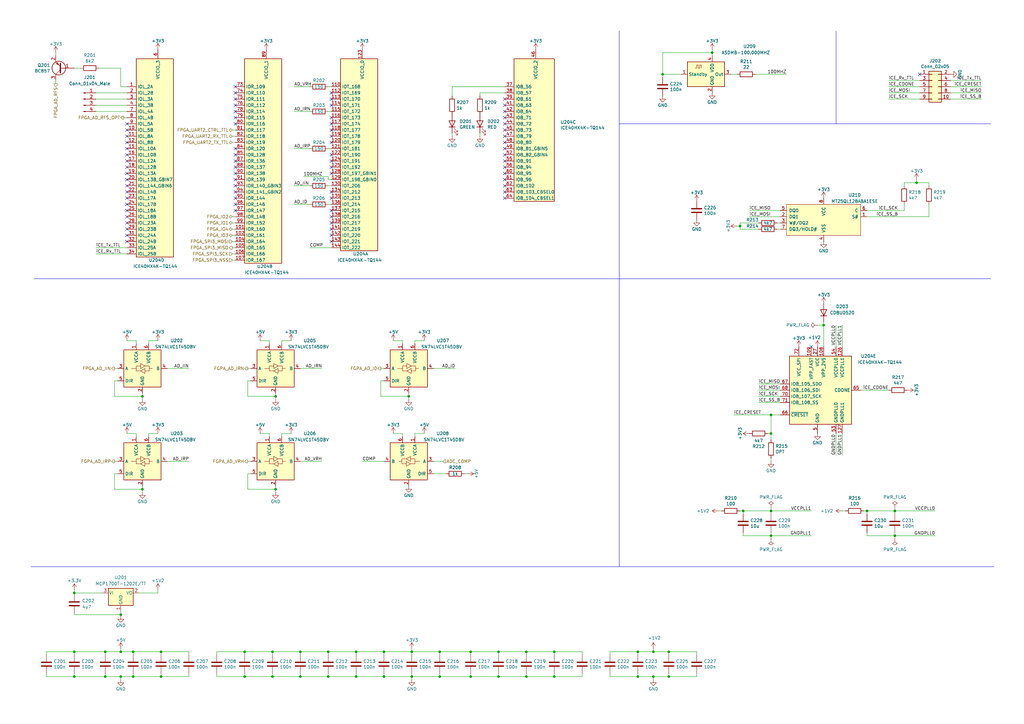
<source format=kicad_sch>
(kicad_sch (version 20230121) (generator eeschema)
  (paper "A3")
  (title_block (title "FPGA") (date "2020-03-07") (rev "1.00"))
  (junction (at 227.33 277.495))
  (junction (at 215.9 277.495))
  (junction (at 168.91 277.495))
  (junction (at 157.48 277.495))
  (junction (at 146.05 277.495))
  (junction (at 292.1 21.59))
  (junction (at 30.48 243.205))
  (junction (at 30.48 267.335))
  (junction (at 204.47 267.335))
  (junction (at 304.8 209.55))
  (junction (at 134.62 267.335))
  (junction (at 49.53 267.335))
  (junction (at 54.61 267.335))
  (junction (at 43.18 267.335))
  (junction (at 100.33 277.495))
  (junction (at 193.04 267.335))
  (junction (at 113.03 200.66))
  (junction (at 355.6 209.55))
  (junction (at 316.23 209.55))
  (junction (at 316.23 170.18))
  (junction (at 271.78 30.48))
  (junction (at 111.76 277.495))
  (junction (at 193.04 277.495))
  (junction (at 66.04 267.335))
  (junction (at 167.64 162.56))
  (junction (at 30.48 277.495))
  (junction (at 337.82 133.35))
  (junction (at 274.32 277.495))
  (junction (at 204.47 277.495))
  (junction (at 58.42 162.56))
  (junction (at 168.91 267.335))
  (junction (at 375.92 74.93))
  (junction (at 267.97 277.495))
  (junction (at 49.53 252.095))
  (junction (at 261.62 277.495))
  (junction (at 113.03 162.56))
  (junction (at 261.62 267.335))
  (junction (at 157.48 267.335))
  (junction (at 303.53 92.71))
  (junction (at 227.33 267.335))
  (junction (at 274.32 267.335))
  (junction (at 367.03 219.71))
  (junction (at 180.34 267.335))
  (junction (at 58.42 200.66))
  (junction (at 316.23 219.71))
  (junction (at 123.19 277.495))
  (junction (at 66.04 277.495))
  (junction (at 316.23 177.8))
  (junction (at 100.33 267.335))
  (junction (at 146.05 267.335))
  (junction (at 123.19 267.335))
  (junction (at 54.61 277.495))
  (junction (at 111.76 267.335))
  (junction (at 267.97 267.335))
  (junction (at 180.34 277.495))
  (junction (at 43.18 277.495))
  (junction (at 215.9 267.335))
  (junction (at 367.03 209.55))
  (junction (at 134.62 277.495))
  (junction (at 49.53 277.495))
  (no_connect (at 135.89 38.1))
  (no_connect (at 52.07 66.04))
  (no_connect (at 207.01 48.26))
  (no_connect (at 52.07 50.8))
  (no_connect (at 207.01 58.42))
  (no_connect (at 207.01 53.34))
  (no_connect (at 207.01 68.58))
  (no_connect (at 135.89 48.26))
  (no_connect (at 207.01 60.96))
  (no_connect (at 96.52 38.1))
  (no_connect (at 52.07 68.58))
  (no_connect (at 96.52 68.58))
  (no_connect (at 96.52 40.64))
  (no_connect (at 52.07 96.52))
  (no_connect (at 135.89 68.58))
  (no_connect (at 96.52 45.72))
  (no_connect (at 207.01 78.74))
  (no_connect (at 135.89 86.36))
  (no_connect (at 207.01 66.04))
  (no_connect (at 52.07 63.5))
  (no_connect (at 96.52 76.2))
  (no_connect (at 135.89 58.42))
  (no_connect (at 52.07 88.9))
  (no_connect (at 96.52 60.96))
  (no_connect (at 135.89 93.98))
  (no_connect (at 207.01 63.5))
  (no_connect (at 135.89 96.52))
  (no_connect (at 207.01 76.2))
  (no_connect (at 135.89 66.04))
  (no_connect (at 377.19 30.48))
  (no_connect (at 52.07 55.88))
  (no_connect (at 96.52 78.74))
  (no_connect (at 207.01 43.18))
  (no_connect (at 96.52 50.8))
  (no_connect (at 135.89 53.34))
  (no_connect (at 207.01 55.88))
  (no_connect (at 207.01 50.8))
  (no_connect (at 135.89 71.12))
  (no_connect (at 52.07 60.96))
  (no_connect (at 52.07 76.2))
  (no_connect (at 135.89 63.5))
  (no_connect (at 96.52 48.26))
  (no_connect (at 96.52 63.5))
  (no_connect (at 52.07 78.74))
  (no_connect (at 207.01 71.12))
  (no_connect (at 207.01 40.64))
  (no_connect (at 135.89 55.88))
  (no_connect (at 52.07 71.12))
  (no_connect (at 52.07 73.66))
  (no_connect (at 135.89 40.64))
  (no_connect (at 52.07 99.06))
  (no_connect (at 96.52 35.56))
  (no_connect (at 96.52 71.12))
  (no_connect (at 52.07 91.44))
  (no_connect (at 135.89 88.9))
  (no_connect (at 207.01 73.66))
  (no_connect (at 52.07 58.42))
  (no_connect (at 52.07 81.28))
  (no_connect (at 207.01 45.72))
  (no_connect (at 52.07 93.98))
  (no_connect (at 135.89 99.06))
  (no_connect (at 135.89 78.74))
  (no_connect (at 96.52 73.66))
  (no_connect (at 52.07 83.82))
  (no_connect (at 96.52 66.04))
  (no_connect (at 332.74 142.24))
  (no_connect (at 96.52 86.36))
  (no_connect (at 135.89 81.28))
  (no_connect (at 96.52 43.18))
  (no_connect (at 96.52 81.28))
  (no_connect (at 96.52 83.82))
  (no_connect (at 135.89 43.18))
  (no_connect (at 207.01 81.28))
  (no_connect (at 135.89 50.8))
  (no_connect (at 52.07 86.36))
  (no_connect (at 135.89 91.44))
  (no_connect (at 52.07 53.34))
  (wire (pts (xy 148.59 189.23) (xy 157.48 189.23)))
  (wire (pts (xy 316.23 177.8) (xy 314.96 177.8)))
  (wire (pts (xy 250.19 276.225) (xy 250.19 277.495)))
  (wire (pts (xy 316.23 209.55) (xy 316.23 210.82)))
  (wire (pts (xy 185.42 35.56) (xy 207.01 35.56)))
  (wire (pts (xy 113.03 199.39) (xy 113.03 200.66)))
  (wire (pts (xy 316.23 189.23) (xy 316.23 187.96)))
  (wire (pts (xy 60.96 177.8) (xy 64.77 177.8)))
  (wire (pts (xy 377.19 35.56) (xy 364.49 35.56)))
  (wire (pts (xy 95.25 53.34) (xy 96.52 53.34)))
  (wire (pts (xy 55.88 140.97) (xy 55.88 139.7)))
  (wire (pts (xy 320.04 170.18) (xy 316.23 170.18)))
  (wire (pts (xy 54.61 276.225) (xy 54.61 277.495)))
  (wire (pts (xy 316.23 180.34) (xy 316.23 177.8)))
  (wire (pts (xy 40.64 27.94) (xy 49.53 27.94)))
  (wire (pts (xy 285.75 268.605) (xy 285.75 267.335)))
  (wire (pts (xy 261.62 268.605) (xy 261.62 267.335)))
  (wire (pts (xy 267.97 277.495) (xy 274.32 277.495)))
  (wire (pts (xy 134.62 267.335) (xy 146.05 267.335)))
  (wire (pts (xy 303.53 91.44) (xy 303.53 92.71)))
  (wire (pts (xy 95.25 99.06) (xy 96.52 99.06)))
  (wire (pts (xy 355.6 88.9) (xy 381 88.9)))
  (wire (pts (xy 320.04 86.36) (xy 307.34 86.36)))
  (wire (pts (xy 304.8 209.55) (xy 316.23 209.55)))
  (wire (pts (xy 111.76 268.605) (xy 111.76 267.335)))
  (wire (pts (xy 342.9 177.8) (xy 342.9 186.69)))
  (wire (pts (xy 123.19 277.495) (xy 134.62 277.495)))
  (wire (pts (xy 383.54 209.55) (xy 367.03 209.55)))
  (wire (pts (xy 43.18 267.335) (xy 49.53 267.335)))
  (wire (pts (xy 49.53 266.065) (xy 49.53 267.335)))
  (wire (pts (xy 177.8 189.23) (xy 181.61 189.23)))
  (wire (pts (xy 146.05 267.335) (xy 157.48 267.335)))
  (wire (pts (xy 355.6 210.82) (xy 355.6 209.55)))
  (wire (pts (xy 316.23 177.8) (xy 316.23 170.18)))
  (wire (pts (xy 43.18 267.335) (xy 43.18 268.605)))
  (wire (pts (xy 39.37 45.72) (xy 52.07 45.72)))
  (wire (pts (xy 345.44 142.24) (xy 345.44 133.35)))
  (wire (pts (xy 238.76 277.495) (xy 238.76 276.225)))
  (wire (pts (xy 146.05 277.495) (xy 157.48 277.495)))
  (wire (pts (xy 146.05 276.225) (xy 146.05 277.495)))
  (wire (pts (xy 303.53 92.71) (xy 303.53 93.98)))
  (wire (pts (xy 375.92 73.66) (xy 375.92 74.93)))
  (wire (pts (xy 95.25 58.42) (xy 96.52 58.42)))
  (wire (pts (xy 111.76 276.225) (xy 111.76 277.495)))
  (wire (pts (xy 134.62 276.225) (xy 134.62 277.495)))
  (wire (pts (xy 180.34 277.495) (xy 168.91 277.495)))
  (wire (pts (xy 332.74 209.55) (xy 316.23 209.55)))
  (wire (pts (xy 66.04 276.225) (xy 66.04 277.495)))
  (wire (pts (xy 54.61 267.335) (xy 54.61 268.605)))
  (wire (pts (xy 274.32 267.335) (xy 285.75 267.335)))
  (wire (pts (xy 167.64 162.56) (xy 156.21 162.56)))
  (wire (pts (xy 271.78 21.59) (xy 292.1 21.59)))
  (wire (pts (xy 170.18 179.07) (xy 170.18 177.8)))
  (wire (pts (xy 134.62 268.605) (xy 134.62 267.335)))
  (wire (pts (xy 165.1 177.8) (xy 161.29 177.8)))
  (wire (pts (xy 320.04 160.02) (xy 311.15 160.02)))
  (wire (pts (xy 52.07 104.14) (xy 39.37 104.14)))
  (wire (pts (xy 320.04 165.1) (xy 311.15 165.1)))
  (wire (pts (xy 261.62 277.495) (xy 267.97 277.495)))
  (wire (pts (xy 157.48 268.605) (xy 157.48 267.335)))
  (wire (pts (xy 55.88 179.07) (xy 55.88 177.8)))
  (wire (pts (xy 353.06 160.02) (xy 364.49 160.02)))
  (wire (pts (xy 367.03 209.55) (xy 367.03 210.82)))
  (wire (pts (xy 39.37 40.64) (xy 52.07 40.64)))
  (wire (pts (xy 304.8 210.82) (xy 304.8 209.55)))
  (wire (pts (xy 134.62 60.96) (xy 135.89 60.96)))
  (wire (pts (xy 100.33 277.495) (xy 111.76 277.495)))
  (wire (pts (xy 49.53 252.095) (xy 49.53 250.825)))
  (wire (pts (xy 250.19 268.605) (xy 250.19 267.335)))
  (wire (pts (xy 19.05 267.335) (xy 30.48 267.335)))
  (wire (pts (xy 215.9 277.495) (xy 227.33 277.495)))
  (wire (pts (xy 102.87 151.13) (xy 101.6 151.13)))
  (wire (pts (xy 30.48 267.335) (xy 30.48 268.605)))
  (wire (pts (xy 134.62 76.2) (xy 135.89 76.2)))
  (wire (pts (xy 77.47 277.495) (xy 66.04 277.495)))
  (wire (pts (xy 157.48 277.495) (xy 168.91 277.495)))
  (wire (pts (xy 115.57 140.97) (xy 115.57 139.7)))
  (wire (pts (xy 66.04 267.335) (xy 66.04 268.605)))
  (wire (pts (xy 55.88 177.8) (xy 52.07 177.8)))
  (wire (pts (xy 49.53 27.94) (xy 49.53 35.56)))
  (wire (pts (xy 49.53 277.495) (xy 43.18 277.495)))
  (wire (pts (xy 389.89 35.56) (xy 402.59 35.56)))
  (wire (pts (xy 49.53 35.56) (xy 52.07 35.56)))
  (wire (pts (xy 354.33 209.55) (xy 355.6 209.55)))
  (wire (pts (xy 30.48 241.935) (xy 30.48 243.205)))
  (wire (pts (xy 355.6 219.71) (xy 367.03 219.71)))
  (wire (pts (xy 110.49 139.7) (xy 106.68 139.7)))
  (wire (pts (xy 113.03 162.56) (xy 101.6 162.56)))
  (wire (pts (xy 389.89 40.64) (xy 402.59 40.64)))
  (wire (pts (xy 196.85 38.1) (xy 196.85 39.37)))
  (wire (pts (xy 57.15 243.205) (xy 64.77 243.205)))
  (wire (pts (xy 227.33 267.335) (xy 238.76 267.335)))
  (wire (pts (xy 345.44 177.8) (xy 345.44 186.69)))
  (wire (pts (xy 389.89 33.02) (xy 402.59 33.02)))
  (wire (pts (xy 204.47 267.335) (xy 215.9 267.335)))
  (wire (pts (xy 100.33 267.335) (xy 111.76 267.335)))
  (wire (pts (xy 250.19 277.495) (xy 261.62 277.495)))
  (wire (pts (xy 101.6 194.31) (xy 102.87 194.31)))
  (wire (pts (xy 135.89 45.72) (xy 134.62 45.72)))
  (wire (pts (xy 115.57 179.07) (xy 115.57 177.8)))
  (wire (pts (xy 370.84 86.36) (xy 370.84 83.82)))
  (wire (pts (xy 88.9 277.495) (xy 100.33 277.495)))
  (wire (pts (xy 238.76 268.605) (xy 238.76 267.335)))
  (wire (pts (xy 238.76 277.495) (xy 227.33 277.495)))
  (wire (pts (xy 77.47 151.13) (xy 68.58 151.13)))
  (wire (pts (xy 101.6 156.21) (xy 102.87 156.21)))
  (wire (pts (xy 185.42 55.88) (xy 185.42 54.61)))
  (wire (pts (xy 123.19 276.225) (xy 123.19 277.495)))
  (wire (pts (xy 113.03 162.56) (xy 113.03 163.83)))
  (wire (pts (xy 165.1 139.7) (xy 161.29 139.7)))
  (wire (pts (xy 19.05 268.605) (xy 19.05 267.335)))
  (wire (pts (xy 168.91 266.065) (xy 168.91 267.335)))
  (wire (pts (xy 48.26 189.23) (xy 46.99 189.23)))
  (wire (pts (xy 337.82 133.35) (xy 337.82 132.08)))
  (wire (pts (xy 389.89 38.1) (xy 402.59 38.1)))
  (wire (pts (xy 127 101.6) (xy 135.89 101.6)))
  (wire (pts (xy 355.6 86.36) (xy 370.84 86.36)))
  (wire (pts (xy 193.04 267.335) (xy 204.47 267.335)))
  (wire (pts (xy 30.48 267.335) (xy 43.18 267.335)))
  (wire (pts (xy 43.18 277.495) (xy 30.48 277.495)))
  (wire (pts (xy 88.9 267.335) (xy 100.33 267.335)))
  (wire (pts (xy 320.04 93.98) (xy 318.77 93.98)))
  (wire (pts (xy 50.8 48.26) (xy 52.07 48.26)))
  (wire (pts (xy 134.62 277.495) (xy 146.05 277.495)))
  (wire (pts (xy 113.03 200.66) (xy 113.03 201.93)))
  (wire (pts (xy 46.99 194.31) (xy 48.26 194.31)))
  (wire (pts (xy 337.82 142.24) (xy 337.82 133.35)))
  (wire (pts (xy 193.04 276.225) (xy 193.04 277.495)))
  (wire (pts (xy 49.53 267.335) (xy 54.61 267.335)))
  (wire (pts (xy 19.05 277.495) (xy 30.48 277.495)))
  (wire (pts (xy 157.48 151.13) (xy 156.21 151.13)))
  (wire (pts (xy 41.91 243.205) (xy 30.48 243.205)))
  (wire (pts (xy 115.57 177.8) (xy 119.38 177.8)))
  (wire (pts (xy 134.62 72.39) (xy 134.62 73.66)))
  (wire (pts (xy 381 74.93) (xy 381 76.2)))
  (wire (pts (xy 60.96 179.07) (xy 60.96 177.8)))
  (wire (pts (xy 303.53 91.44) (xy 311.15 91.44)))
  (wire (pts (xy 168.91 277.495) (xy 168.91 276.225)))
  (wire (pts (xy 55.88 139.7) (xy 52.07 139.7)))
  (wire (pts (xy 177.8 194.31) (xy 182.88 194.31)))
  (wire (pts (xy 39.37 38.1) (xy 52.07 38.1)))
  (wire (pts (xy 271.78 30.48) (xy 271.78 21.59)))
  (wire (pts (xy 123.19 268.605) (xy 123.19 267.335)))
  (wire (pts (xy 367.03 220.98) (xy 367.03 219.71)))
  (wire (pts (xy 30.48 243.205) (xy 30.48 243.84)))
  (wire (pts (xy 60.96 140.97) (xy 60.96 139.7)))
  (wire (pts (xy 132.08 189.23) (xy 123.19 189.23)))
  (wire (pts (xy 299.72 30.48) (xy 302.26 30.48)))
  (wire (pts (xy 180.34 277.495) (xy 180.34 276.225)))
  (wire (pts (xy 88.9 268.605) (xy 88.9 267.335)))
  (wire (pts (xy 101.6 162.56) (xy 101.6 156.21)))
  (wire (pts (xy 170.18 139.7) (xy 173.99 139.7)))
  (wire (pts (xy 115.57 139.7) (xy 119.38 139.7)))
  (wire (pts (xy 250.19 267.335) (xy 261.62 267.335)))
  (wire (pts (xy 186.69 151.13) (xy 177.8 151.13)))
  (wire (pts (xy 267.97 278.765) (xy 267.97 277.495)))
  (wire (pts (xy 267.97 267.335) (xy 274.32 267.335)))
  (wire (pts (xy 49.53 252.095) (xy 49.53 252.73)))
  (wire (pts (xy 196.85 55.88) (xy 196.85 54.61)))
  (wire (pts (xy 345.44 209.55) (xy 346.71 209.55)))
  (polyline (pts (xy 342.9 12.7) (xy 342.9 50.8)))
  (wire (pts (xy 132.08 151.13) (xy 123.19 151.13)))
  (wire (pts (xy 377.19 38.1) (xy 364.49 38.1)))
  (wire (pts (xy 377.19 40.64) (xy 364.49 40.64)))
  (wire (pts (xy 134.62 83.82) (xy 135.89 83.82)))
  (wire (pts (xy 180.34 267.335) (xy 193.04 267.335)))
  (wire (pts (xy 54.61 267.335) (xy 66.04 267.335)))
  (wire (pts (xy 95.25 104.14) (xy 96.52 104.14)))
  (wire (pts (xy 204.47 276.225) (xy 204.47 277.495)))
  (wire (pts (xy 100.33 268.605) (xy 100.33 267.335)))
  (wire (pts (xy 110.49 140.97) (xy 110.49 139.7)))
  (wire (pts (xy 320.04 157.48) (xy 311.15 157.48)))
  (wire (pts (xy 300.99 170.18) (xy 316.23 170.18)))
  (wire (pts (xy 304.8 218.44) (xy 304.8 219.71)))
  (wire (pts (xy 320.04 88.9) (xy 307.34 88.9)))
  (wire (pts (xy 110.49 179.07) (xy 110.49 177.8)))
  (wire (pts (xy 58.42 162.56) (xy 58.42 163.83)))
  (polyline (pts (xy 254 12.7) (xy 254 232.41)))
  (wire (pts (xy 367.03 219.71) (xy 383.54 219.71)))
  (wire (pts (xy 168.91 278.765) (xy 168.91 277.495)))
  (wire (pts (xy 66.04 277.495) (xy 54.61 277.495)))
  (wire (pts (xy 96.52 55.88) (xy 95.25 55.88)))
  (wire (pts (xy 49.53 278.765) (xy 49.53 277.495)))
  (wire (pts (xy 30.48 252.095) (xy 49.53 252.095)))
  (wire (pts (xy 58.42 199.39) (xy 58.42 200.66)))
  (wire (pts (xy 30.48 27.94) (xy 33.02 27.94)))
  (wire (pts (xy 279.4 30.48) (xy 271.78 30.48)))
  (wire (pts (xy 30.48 276.225) (xy 30.48 277.495)))
  (wire (pts (xy 111.76 267.335) (xy 123.19 267.335)))
  (wire (pts (xy 335.28 133.35) (xy 337.82 133.35)))
  (polyline (pts (xy 13.97 114.3) (xy 406.4 114.3)))
  (wire (pts (xy 170.18 177.8) (xy 173.99 177.8)))
  (wire (pts (xy 285.75 276.225) (xy 285.75 277.495)))
  (wire (pts (xy 355.6 209.55) (xy 367.03 209.55)))
  (wire (pts (xy 165.1 179.07) (xy 165.1 177.8)))
  (wire (pts (xy 167.64 161.29) (xy 167.64 162.56)))
  (wire (pts (xy 22.86 21.59) (xy 22.86 22.86)))
  (wire (pts (xy 303.53 209.55) (xy 304.8 209.55)))
  (wire (pts (xy 261.62 267.335) (xy 267.97 267.335)))
  (wire (pts (xy 146.05 268.605) (xy 146.05 267.335)))
  (wire (pts (xy 274.32 276.225) (xy 274.32 277.495)))
  (wire (pts (xy 88.9 276.225) (xy 88.9 277.495)))
  (wire (pts (xy 58.42 200.66) (xy 58.42 201.93)))
  (wire (pts (xy 100.33 276.225) (xy 100.33 277.495)))
  (wire (pts (xy 342.9 142.24) (xy 342.9 133.35)))
  (polyline (pts (xy 12.7 232.41) (xy 407.67 232.41)))
  (wire (pts (xy 101.6 200.66) (xy 101.6 194.31)))
  (wire (pts (xy 370.84 74.93) (xy 375.92 74.93)))
  (wire (pts (xy 123.19 267.335) (xy 134.62 267.335)))
  (wire (pts (xy 167.64 162.56) (xy 167.64 163.83)))
  (wire (pts (xy 180.34 268.605) (xy 180.34 267.335)))
  (wire (pts (xy 22.86 34.29) (xy 22.86 33.02)))
  (wire (pts (xy 19.05 277.495) (xy 19.05 276.225)))
  (wire (pts (xy 318.77 91.44) (xy 320.04 91.44)))
  (wire (pts (xy 120.65 45.72) (xy 127 45.72)))
  (wire (pts (xy 30.48 251.46) (xy 30.48 252.095)))
  (wire (pts (xy 96.52 101.6) (xy 95.25 101.6)))
  (wire (pts (xy 271.78 31.75) (xy 271.78 30.48)))
  (wire (pts (xy 111.76 277.495) (xy 123.19 277.495)))
  (wire (pts (xy 120.65 60.96) (xy 127 60.96)))
  (wire (pts (xy 58.42 200.66) (xy 46.99 200.66)))
  (wire (pts (xy 227.33 267.335) (xy 227.33 268.605)))
  (wire (pts (xy 64.77 243.205) (xy 64.77 241.935)))
  (wire (pts (xy 102.87 189.23) (xy 101.6 189.23)))
  (wire (pts (xy 168.91 267.335) (xy 168.91 268.605)))
  (wire (pts (xy 227.33 277.495) (xy 227.33 276.225)))
  (wire (pts (xy 367.03 218.44) (xy 367.03 219.71)))
  (wire (pts (xy 274.32 277.495) (xy 285.75 277.495)))
  (wire (pts (xy 52.07 101.6) (xy 39.37 101.6)))
  (wire (pts (xy 168.91 267.335) (xy 180.34 267.335)))
  (wire (pts (xy 309.88 30.48) (xy 322.58 30.48)))
  (wire (pts (xy 96.52 93.98) (xy 95.25 93.98)))
  (wire (pts (xy 156.21 156.21) (xy 157.48 156.21)))
  (wire (pts (xy 370.84 76.2) (xy 370.84 74.93)))
  (wire (pts (xy 320.04 162.56) (xy 311.15 162.56)))
  (wire (pts (xy 292.1 21.59) (xy 292.1 22.86)))
  (wire (pts (xy 120.65 35.56) (xy 127 35.56)))
  (wire (pts (xy 316.23 218.44) (xy 316.23 219.71)))
  (wire (pts (xy 215.9 276.225) (xy 215.9 277.495)))
  (wire (pts (xy 39.37 43.18) (xy 52.07 43.18)))
  (wire (pts (xy 58.42 161.29) (xy 58.42 162.56)))
  (wire (pts (xy 120.65 83.82) (xy 127 83.82)))
  (wire (pts (xy 215.9 268.605) (xy 215.9 267.335)))
  (polyline (pts (xy 254 50.8) (xy 406.4 50.8)))
  (wire (pts (xy 294.64 209.55) (xy 295.91 209.55)))
  (wire (pts (xy 204.47 268.605) (xy 204.47 267.335)))
  (wire (pts (xy 46.99 162.56) (xy 46.99 156.21)))
  (wire (pts (xy 66.04 267.335) (xy 77.47 267.335)))
  (wire (pts (xy 316.23 219.71) (xy 332.74 219.71)))
  (wire (pts (xy 274.32 268.605) (xy 274.32 267.335)))
  (wire (pts (xy 185.42 39.37) (xy 185.42 35.56)))
  (wire (pts (xy 46.99 156.21) (xy 48.26 156.21)))
  (wire (pts (xy 113.03 200.66) (xy 101.6 200.66)))
  (wire (pts (xy 77.47 189.23) (xy 68.58 189.23)))
  (wire (pts (xy 170.18 140.97) (xy 170.18 139.7)))
  (wire (pts (xy 303.53 93.98) (xy 311.15 93.98)))
  (wire (pts (xy 215.9 267.335) (xy 227.33 267.335)))
  (wire (pts (xy 43.18 276.225) (xy 43.18 277.495)))
  (wire (pts (xy 120.65 76.2) (xy 127 76.2)))
  (wire (pts (xy 355.6 218.44) (xy 355.6 219.71)))
  (wire (pts (xy 110.49 177.8) (xy 106.68 177.8)))
  (wire (pts (xy 46.99 200.66) (xy 46.99 194.31)))
  (wire (pts (xy 95.25 96.52) (xy 96.52 96.52)))
  (wire (pts (xy 95.25 91.44) (xy 96.52 91.44)))
  (wire (pts (xy 316.23 208.28) (xy 316.23 209.55)))
  (wire (pts (xy 267.97 266.065) (xy 267.97 267.335)))
  (wire (pts (xy 292.1 20.32) (xy 292.1 21.59)))
  (wire (pts (xy 96.52 88.9) (xy 95.25 88.9)))
  (wire (pts (xy 156.21 162.56) (xy 156.21 156.21)))
  (wire (pts (xy 190.5 194.31) (xy 191.77 194.31)))
  (wire (pts (xy 95.25 106.68) (xy 96.52 106.68)))
  (wire (pts (xy 135.89 35.56) (xy 134.62 35.56)))
  (wire (pts (xy 193.04 267.335) (xy 193.04 268.605)))
  (wire (pts (xy 58.42 162.56) (xy 46.99 162.56)))
  (wire (pts (xy 304.8 219.71) (xy 316.23 219.71)))
  (wire (pts (xy 60.96 139.7) (xy 64.77 139.7)))
  (wire (pts (xy 165.1 140.97) (xy 165.1 139.7)))
  (wire (pts (xy 316.23 220.98) (xy 316.23 219.71)))
  (wire (pts (xy 204.47 277.495) (xy 215.9 277.495)))
  (wire (pts (xy 54.61 277.495) (xy 49.53 277.495)))
  (wire (pts (xy 134.62 73.66) (xy 135.89 73.66)))
  (wire (pts (xy 377.19 33.02) (xy 364.49 33.02)))
  (wire (pts (xy 367.03 208.28) (xy 367.03 209.55)))
  (wire (pts (xy 48.26 151.13) (xy 46.99 151.13)))
  (wire (pts (xy 375.92 74.93) (xy 381 74.93)))
  (wire (pts (xy 77.47 267.335) (xy 77.47 268.605)))
  (wire (pts (xy 124.46 72.39) (xy 134.62 72.39)))
  (wire (pts (xy 180.34 277.495) (xy 193.04 277.495)))
  (wire (pts (xy 302.26 92.71) (xy 303.53 92.71)))
  (wire (pts (xy 261.62 276.225) (xy 261.62 277.495)))
  (wire (pts (xy 381 88.9) (xy 381 83.82)))
  (wire (pts (xy 157.48 276.225) (xy 157.48 277.495)))
  (wire (pts (xy 113.03 161.29) (xy 113.03 162.56)))
  (wire (pts (xy 77.47 276.225) (xy 77.47 277.495)))
  (wire (pts (xy 196.85 38.1) (xy 207.01 38.1)))
  (wire (pts (xy 157.48 267.335) (xy 168.91 267.335)))
  (wire (pts (xy 193.04 277.495) (xy 204.47 277.495)))
  (label "iCE_SCK" (at 311.15 162.56 0))
  (label "iCE_MOSI" (at 364.49 38.1 0))
  (label "iCE_CDONE" (at 364.49 160.02 180))
  (label "COMP" (at 148.59 189.23 0))
  (label "AD_IRP" (at 77.47 189.23 180))
  (label "GNDPLL1" (at 345.44 186.69 90))
  (label "iCE_CDONE" (at 364.49 35.56 0))
  (label "100MHZ" (at 322.58 30.48 180))
  (label "iCE_MOSI" (at 307.34 88.9 0))
  (label "GNDPLL0" (at 383.54 219.71 180))
  (label "iCE_CRESET" (at 300.99 170.18 0))
  (label "AD_IRP" (at 120.65 60.96 0))
  (label "iCE_SS_B" (at 368.3 88.9 180))
  (label "GNDPLL1" (at 332.74 219.71 180))
  (label "AD_VRH" (at 120.65 35.56 0))
  (label "iCE_MOSI" (at 311.15 160.02 0))
  (label "100MHZ" (at 124.46 72.39 0))
  (label "iCE_CRESET" (at 402.59 35.56 180))
  (label "iCE_SS_B" (at 402.59 40.64 180))
  (label "iCE_Tx_TTL" (at 39.37 101.6 0))
  (label "AD_IIN" (at 120.65 76.2 0))
  (label "AD_VRH" (at 132.08 189.23 180))
  (label "VCCPLL1" (at 332.74 209.55 180))
  (label "iCE_SS_B" (at 311.15 165.1 0))
  (label "iCE_MISO" (at 307.34 86.36 0))
  (label "AD_IRN" (at 132.08 151.13 180))
  (label "iCE_Rx_TTL" (at 364.49 33.02 0))
  (label "AD_ID" (at 120.65 83.82 0))
  (label "iCE_MISO" (at 402.59 38.1 180))
  (label "VCCPLL1" (at 345.44 133.35 270))
  (label "VCCPLL0" (at 342.9 133.35 270))
  (label "iCE_Tx_TTL" (at 402.59 33.02 180))
  (label "iCE_SCK" (at 364.49 40.64 0))
  (label "iCE_Rx_TTL" (at 39.37 104.14 0))
  (label "AD_IRN" (at 120.65 45.72 0))
  (label "iCE_MISO" (at 311.15 157.48 0))
  (label "AD_ID" (at 186.69 151.13 180))
  (label "VCCPLL0" (at 383.54 209.55 180))
  (label "COMP" (at 127 101.6 0))
  (label "GNDPLL0" (at 342.9 186.69 90))
  (label "AD_IIN" (at 77.47 151.13 180))
  (label "iCE_SCK" (at 368.3 86.36 180))
  (hierarchical_label "FGPA_AD_IRN" (shape output) (at 101.6 151.13 180))
  (hierarchical_label "FPGA_SPI3_MOSI" (shape input) (at 95.25 99.06 180))
  (hierarchical_label "FPGA_IO3" (shape bidirectional) (at 95.25 96.52 180))
  (hierarchical_label "FPGA_SPI3_NSS" (shape input) (at 95.25 106.68 180))
  (hierarchical_label "FPGA_UART2_CTRL_TTL" (shape bidirectional) (at 95.25 53.34 180))
  (hierarchical_label "ADC_COMP" (shape input) (at 181.61 189.23 0))
  (hierarchical_label "FGPA_AD_ID" (shape output) (at 156.21 151.13 180))
  (hierarchical_label "FPGA_IO2" (shape bidirectional) (at 95.25 88.9 180))
  (hierarchical_label "FPGA_AD_RFS_OPT" (shape output) (at 50.8 48.26 180))
  (hierarchical_label "FGPA_AD_IRP" (shape output) (at 46.99 189.23 180))
  (hierarchical_label "FPGA_SPI3_MISO" (shape output) (at 95.25 101.6 180))
  (hierarchical_label "FGPA_AD_VRH" (shape output) (at 101.6 189.23 180))
  (hierarchical_label "FPGA_IO4" (shape bidirectional) (at 95.25 93.98 180))
  (hierarchical_label "FPGA_IO1" (shape bidirectional) (at 95.25 91.44 180))
  (hierarchical_label "FPGA_AD_RFS" (shape output) (at 22.86 34.29 270))
  (hierarchical_label "FPGA_UART2_RX_TTL" (shape bidirectional) (at 95.25 55.88 180))
  (hierarchical_label "FPGA_AD_IIN" (shape output) (at 46.99 151.13 180))
  (hierarchical_label "FPGA_UART2_TX_TTL" (shape bidirectional) (at 95.25 58.42 180))
  (hierarchical_label "FPGA_SPI3_SCK" (shape input) (at 95.25 104.14 180))
  (symbol (lib_id "Device:R") (at 130.81 83.82 270) (unit 1)
    (property "Reference" "R206" (at 130.81 81.28 90))
    (property "Value" "150" (at 130.81 83.82 90))
    (property "Footprint" "Resistor_SMD:R_0603_1608Metric_Pad1.05x0.95mm_HandSolder" (effects hide))
    (instances (project "ETH1CREF1C" (path "" (reference "R206") (unit 1))) (project "ADC_Test" (path "" (reference "R806") (unit 1))))
  )
  (symbol (lib_id "Device:R") (at 130.81 35.56 270) (unit 1)
    (property "Reference" "R202" (at 130.81 33.02 90))
    (property "Value" "150" (at 130.81 35.56 90))
    (property "Footprint" "Resistor_SMD:R_0603_1608Metric_Pad1.05x0.95mm_HandSolder" (effects hide))
    (instances (project "ETH1CREF1C" (path "" (reference "R202") (unit 1))) (project "ADC_Test" (path "" (reference "R802") (unit 1))))
  )
  (symbol (lib_id "Device:R") (at 130.81 45.72 270) (unit 1)
    (property "Reference" "R203" (at 130.81 43.18 90))
    (property "Value" "150" (at 130.81 45.72 90))
    (property "Footprint" "Resistor_SMD:R_0603_1608Metric_Pad1.05x0.95mm_HandSolder" (effects hide))
    (instances (project "ETH1CREF1C" (path "" (reference "R203") (unit 1))) (project "ADC_Test" (path "" (reference "R803") (unit 1))))
  )
  (symbol (lib_id "Device:R") (at 130.81 60.96 270) (unit 1)
    (property "Reference" "R204" (at 130.81 58.42 90))
    (property "Value" "150" (at 130.81 60.96 90))
    (property "Footprint" "Resistor_SMD:R_0603_1608Metric_Pad1.05x0.95mm_HandSolder" (effects hide))
    (instances (project "ETH1CREF1C" (path "" (reference "R204") (unit 1))) (project "ADC_Test" (path "" (reference "R804") (unit 1))))
  )
  (symbol (lib_id "Device:R") (at 130.81 76.2 270) (unit 1)
    (property "Reference" "R205" (at 130.81 73.66 90))
    (property "Value" "150" (at 130.81 76.2 90))
    (property "Footprint" "Resistor_SMD:R_0603_1608Metric_Pad1.05x0.95mm_HandSolder" (effects hide))
    (instances (project "ETH1CREF1C" (path "" (reference "R205") (unit 1))) (project "ADC_Test" (path "" (reference "R805") (unit 1))))
  )
  (symbol (lib_id "Connector_Generic:Conn_02x05_Odd_Even") (at 382.27 35.56 0) (unit 1)
    (property "Reference" "J202" (at 383.54 24.9682 0))
    (property "Value" "Conn_02x05" (at 383.54 27.2796 0))
    (property "Footprint" "Connector_PinHeader_2.54mm:PinHeader_2x05_P2.54mm_Vertical" (effects hide))
    (instances (project "ETH1CREF1C" (path "" (reference "J202") (unit 1))) (project "ADC_Test" (path "" (reference "J802") (unit 1))))
  )
  (symbol (lib_id "Device:R") (at 196.85 43.18 0) (unit 1)
    (property "Reference" "R209" (at 198.628 42.0116 0) (effects (justify left)))
    (property "Value" "1k" (at 198.628 44.323 0) (effects (justify left)))
    (property "Footprint" "Resistor_SMD:R_0603_1608Metric_Pad1.05x0.95mm_HandSolder" (effects hide))
    (instances (project "ETH1CREF1C" (path "" (reference "R209") (unit 1))) (project "ADC_Test" (path "" (reference "R809") (unit 1))))
  )
  (symbol (lib_id "Device:R") (at 185.42 43.18 0) (unit 1)
    (property "Reference" "R207" (at 187.198 42.0116 0) (effects (justify left)))
    (property "Value" "1k" (at 187.198 44.323 0) (effects (justify left)))
    (property "Footprint" "Resistor_SMD:R_0603_1608Metric_Pad1.05x0.95mm_HandSolder" (effects hide))
    (instances (project "ETH1CREF1C" (path "" (reference "R207") (unit 1))) (project "ADC_Test" (path "" (reference "R807") (unit 1))))
  )
  (symbol (lib_id "Device:LED") (at 196.85 50.8 90) (unit 1)
    (property "Reference" "D202" (at 199.8472 49.8094 90) (effects (justify right)))
    (property "Value" "RED" (at 199.8472 52.1208 90) (effects (justify right)))
    (property "Footprint" "LED_SMD:LED_0603_1608Metric_Pad1.05x0.95mm_HandSolder" (effects hide))
    (instances (project "ETH1CREF1C" (path "" (reference "D202") (unit 1))) (project "ADC_Test" (path "" (reference "D802") (unit 1))))
  )
  (symbol (lib_id "Device:LED") (at 185.42 50.8 90) (unit 1)
    (property "Reference" "D201" (at 188.4172 49.8094 90) (effects (justify right)))
    (property "Value" "GREEN" (at 188.4172 52.1208 90) (effects (justify right)))
    (property "Footprint" "LED_SMD:LED_0603_1608Metric_Pad1.05x0.95mm_HandSolder" (effects hide))
    (instances (project "ETH1CREF1C" (path "" (reference "D201") (unit 1))) (project "ADC_Test" (path "" (reference "D801") (unit 1))))
  )
  (symbol (lib_id "power:GND") (at 196.85 55.88 0) (mirror y) (unit 1)
    (property "Reference" "#PWR0232" (effects hide))
    (property "Value" "GND" (at 196.85 59.69 0))
  )
  (symbol (lib_id "power:GND") (at 185.42 55.88 0) (mirror y) (unit 1)
    (property "Reference" "#PWR0230" (effects hide))
    (property "Value" "GND" (at 185.42 59.69 0))
  )
  (symbol (lib_id "FPGA_Lattice:ICE40HX4K-TQ144") (at 148.59 66.04 0) (unit 1)
    (property "Reference" "U204" (at 144.78 104.14 0) (effects (justify left)))
    (property "Value" "ICE40HX4K-TQ144" (at 138.43 106.68 0) (effects (justify left)))
    (property "Footprint" "ADC_TEST:TQFP-144_20x20mm_P0.5mm" (effects hide))
    (property "Datasheet" "http://www.latticesemi.com/Products/FPGAandCPLD/iCE40" (effects hide))
    (instances (project "ETH1CREF1C" (path "" (reference "U204") (unit 1))) (project "ADC_Test" (path "" (reference "U803") (unit 1))))
  )
  (symbol (lib_id "FPGA_Lattice:ICE40HX4K-TQ144") (at 109.22 68.58 0) (unit 2)
    (property "Reference" "U204" (at 105.41 109.22 0) (effects (justify left)))
    (property "Value" "ICE40HX4K-TQ144" (at 100.33 111.76 0) (effects (justify left)))
    (property "Footprint" "ADC_TEST:TQFP-144_20x20mm_P0.5mm" (effects hide))
    (property "Datasheet" "http://www.latticesemi.com/Products/FPGAandCPLD/iCE40" (effects hide))
    (instances (project "ETH1CREF1C" (path "" (reference "U204") (unit 2))) (project "ADC_Test" (path "" (reference "U803") (unit 2))))
  )
  (symbol (lib_id "FPGA_Lattice:ICE40HX4K-TQ144") (at 219.71 55.88 0) (unit 3)
    (property "Reference" "U204" (at 229.8446 50.0888 0) (effects (justify left)))
    (property "Value" "ICE40HX4K-TQ144" (at 229.8446 52.4002 0) (effects (justify left)))
    (property "Footprint" "ADC_TEST:TQFP-144_20x20mm_P0.5mm" (effects hide))
    (property "Datasheet" "http://www.latticesemi.com/Products/FPGAandCPLD/iCE40" (effects hide))
    (instances (project "ETH1CREF1C" (path "" (reference "U204") (unit 3))) (project "ADC_Test" (path "" (reference "U803") (unit 3))))
  )
  (symbol (lib_id "FPGA_Lattice:ICE40HX4K-TQ144") (at 64.77 66.04 0) (unit 4)
    (property "Reference" "U204" (at 60.96 106.68 0) (effects (justify left)))
    (property "Value" "ICE40HX4K-TQ144" (at 54.61 109.22 0) (effects (justify left)))
    (property "Footprint" "ADC_TEST:TQFP-144_20x20mm_P0.5mm" (effects hide))
    (property "Datasheet" "http://www.latticesemi.com/Products/FPGAandCPLD/iCE40" (effects hide))
    (instances (project "ETH1CREF1C" (path "" (reference "U204") (unit 4))) (project "ADC_Test" (path "" (reference "U803") (unit 4))))
  )
  (symbol (lib_id "FPGA_Lattice:ICE40HX4K-TQ144") (at 335.28 160.02 0) (unit 5)
    (property "Reference" "U204" (at 353.06 146.05 0) (effects (justify left)))
    (property "Value" "ICE40HX4K-TQ144" (at 351.79 148.59 0) (effects (justify left)))
    (property "Footprint" "ADC_TEST:TQFP-144_20x20mm_P0.5mm" (effects hide))
    (property "Datasheet" "http://www.latticesemi.com/Products/FPGAandCPLD/iCE40" (effects hide))
    (instances (project "ETH1CREF1C" (path "" (reference "U204") (unit 5))) (project "ADC_Test" (path "" (reference "U803") (unit 5))))
  )
  (symbol (lib_id "power:+3V3") (at 64.77 20.32 0) (unit 1)
    (property "Reference" "#PWR0210" (effects hide))
    (property "Value" "+3V3" (at 64.77 16.764 0))
  )
  (symbol (lib_id "power:GND") (at 335.28 177.8 0) (unit 1)
    (property "Reference" "#PWR0247" (effects hide))
    (property "Value" "GND" (at 335.28 181.61 0))
  )
  (symbol (lib_id "power:+1V2") (at 335.28 142.24 0) (unit 1)
    (property "Reference" "#PWR0246" (effects hide))
    (property "Value" "+1V2" (at 334.01 138.43 0))
  )
  (symbol (lib_id "power:+3V3") (at 337.82 124.46 0) (unit 1)
    (property "Reference" "#PWR0250" (effects hide))
    (property "Value" "+3V3" (at 337.82 120.904 0))
  )
  (symbol (lib_id "Device:R") (at 368.3 160.02 270) (unit 1)
    (property "Reference" "R217" (at 368.3 154.7622 90))
    (property "Value" "4k7" (at 368.3 157.0736 90))
    (property "Footprint" "Resistor_SMD:R_0603_1608Metric_Pad1.05x0.95mm_HandSolder" (effects hide))
    (instances (project "ETH1CREF1C" (path "" (reference "R217") (unit 1))) (project "ADC_Test" (path "" (reference "R817") (unit 1))))
  )
  (symbol (lib_id "power:+3V3") (at 372.11 160.02 270) (unit 1)
    (property "Reference" "#PWR0252" (effects hide))
    (property "Value" "+3V3" (at 375.92 160.02 0))
  )
  (symbol (lib_id "Device:R") (at 370.84 80.01 0) (unit 1)
    (property "Reference" "R218" (at 372.618 78.8416 0) (effects (justify left)))
    (property "Value" "4k7" (at 372.618 81.153 0) (effects (justify left)))
    (property "Footprint" "Resistor_SMD:R_0603_1608Metric_Pad1.05x0.95mm_HandSolder" (effects hide))
    (instances (project "ETH1CREF1C" (path "" (reference "R218") (unit 1))) (project "ADC_Test" (path "" (reference "R818") (unit 1))))
  )
  (symbol (lib_id "Device:R") (at 381 80.01 0) (unit 1)
    (property "Reference" "R219" (at 382.778 78.8416 0) (effects (justify left)))
    (property "Value" "4k7" (at 382.778 81.153 0) (effects (justify left)))
    (property "Footprint" "Resistor_SMD:R_0603_1608Metric_Pad1.05x0.95mm_HandSolder" (effects hide))
    (instances (project "ETH1CREF1C" (path "" (reference "R219") (unit 1))) (project "ADC_Test" (path "" (reference "R819") (unit 1))))
  )
  (symbol (lib_id "Logic_LevelTranslator:SN74LVC1T45DBV") (at 58.42 151.13 0) (unit 1)
    (property "Reference" "U202" (at 69.85 139.7 0) (effects (justify left)))
    (property "Value" "SN74LVC1T45DBV" (at 63.5 142.24 0) (effects (justify left)))
    (property "Footprint" "Package_TO_SOT_SMD:SOT-23-6" (effects hide))
    (property "Datasheet" "http://www.ti.com/lit/ds/symlink/sn74lvc1t45.pdf" (effects hide))
    (instances (project "ETH1CREF1C" (path "" (reference "U202") (unit 1))) (project "ADC_Test" (path "" (reference "U801") (unit 1))))
  )
  (symbol (lib_id "power:+5V") (at 52.07 139.7 0) (mirror y) (unit 1)
    (property "Reference" "#PWR0206" (effects hide))
    (property "Value" "+5V" (at 52.07 136.144 0))
  )
  (symbol (lib_id "power:+3V3") (at 64.77 139.7 0) (mirror y) (unit 1)
    (property "Reference" "#PWR0211" (effects hide))
    (property "Value" "+3V3" (at 64.77 136.144 0))
  )
  (symbol (lib_id "power:+3V3") (at 375.92 73.66 0) (unit 1)
    (property "Reference" "#PWR0253" (effects hide))
    (property "Value" "+3V3" (at 375.92 70.104 0))
  )
  (symbol (lib_id "power:GND") (at 58.42 163.83 0) (mirror y) (unit 1)
    (property "Reference" "#PWR0208" (effects hide))
    (property "Value" "GND" (at 58.42 167.64 0))
  )
  (symbol (lib_id "Device:C") (at 316.23 214.63 0) (unit 1)
    (property "Reference" "C229" (at 319.151 213.4616 0) (effects (justify left)))
    (property "Value" "100n" (at 319.151 215.773 0) (effects (justify left)))
    (property "Footprint" "Capacitor_SMD:C_0603_1608Metric_Pad1.05x0.95mm_HandSolder" (effects hide))
    (instances (project "ETH1CREF1C" (path "" (reference "C229") (unit 1))) (project "ADC_Test" (path "" (reference "C828") (unit 1))))
  )
  (symbol (lib_id "Device:C") (at 304.8 214.63 0) (unit 1)
    (property "Reference" "C228" (at 307.721 213.4616 0) (effects (justify left)))
    (property "Value" "10u" (at 307.721 215.773 0) (effects (justify left)))
    (property "Footprint" "Capacitor_SMD:C_0805_2012Metric_Pad1.15x1.40mm_HandSolder" (effects hide))
    (instances (project "ETH1CREF1C" (path "" (reference "C228") (unit 1))) (project "ADC_Test" (path "" (reference "C827") (unit 1))))
  )
  (symbol (lib_id "Device:R") (at 299.72 209.55 270) (unit 1)
    (property "Reference" "R210" (at 299.72 204.2922 90))
    (property "Value" "100" (at 299.72 206.6036 90))
    (property "Footprint" "Resistor_SMD:R_0603_1608Metric_Pad1.05x0.95mm_HandSolder" (effects hide))
    (instances (project "ETH1CREF1C" (path "" (reference "R210") (unit 1))) (project "ADC_Test" (path "" (reference "R810") (unit 1))))
  )
  (symbol (lib_id "power:+1V2") (at 294.64 209.55 90) (unit 1)
    (property "Reference" "#PWR0241" (effects hide))
    (property "Value" "+1V2" (at 288.29 209.55 90))
  )
  (symbol (lib_id "Device:C") (at 180.34 272.415 0) (unit 1)
    (property "Reference" "C216" (at 183.261 271.2466 0) (effects (justify left)))
    (property "Value" "100n" (at 183.261 273.558 0) (effects (justify left)))
    (property "Footprint" "Capacitor_SMD:C_0603_1608Metric_Pad1.05x0.95mm_HandSolder" (effects hide))
    (instances (project "ETH1CREF1C" (path "" (reference "C216") (unit 1))) (project "ADC_Test" (path "" (reference "C815") (unit 1))))
  )
  (symbol (lib_id "Device:C") (at 193.04 272.415 0) (unit 1)
    (property "Reference" "C217" (at 195.961 271.2466 0) (effects (justify left)))
    (property "Value" "100n" (at 195.961 273.558 0) (effects (justify left)))
    (property "Footprint" "Capacitor_SMD:C_0603_1608Metric_Pad1.05x0.95mm_HandSolder" (effects hide))
    (instances (project "ETH1CREF1C" (path "" (reference "C217") (unit 1))) (project "ADC_Test" (path "" (reference "C816") (unit 1))))
  )
  (symbol (lib_id "power:+3V3") (at 327.66 142.24 0) (unit 1)
    (property "Reference" "#PWR0245" (effects hide))
    (property "Value" "+3V3" (at 327.66 138.684 0))
  )
  (symbol (lib_id "Device:C") (at 30.48 272.415 0) (unit 1)
    (property "Reference" "C203" (at 33.401 271.2466 0) (effects (justify left)))
    (property "Value" "100n" (at 33.401 273.558 0) (effects (justify left)))
    (property "Footprint" "Capacitor_SMD:C_0603_1608Metric_Pad1.05x0.95mm_HandSolder" (effects hide))
    (instances (project "ETH1CREF1C" (path "" (reference "C203") (unit 1))) (project "ADC_Test" (path "" (reference "C802") (unit 1))))
  )
  (symbol (lib_id "Device:C") (at 19.05 272.415 0) (unit 1)
    (property "Reference" "C201" (at 21.971 271.2466 0) (effects (justify left)))
    (property "Value" "100n" (at 21.971 273.558 0) (effects (justify left)))
    (property "Footprint" "Capacitor_SMD:C_0603_1608Metric_Pad1.05x0.95mm_HandSolder" (effects hide))
    (instances (project "ETH1CREF1C" (path "" (reference "C201") (unit 1))) (project "ADC_Test" (path "" (reference "C801") (unit 1))))
  )
  (symbol (lib_id "power:+3V3") (at 109.22 20.32 0) (unit 1)
    (property "Reference" "#PWR0216" (effects hide))
    (property "Value" "+3V3" (at 109.22 16.764 0))
  )
  (symbol (lib_id "power:GND") (at 49.53 278.765 0) (unit 1)
    (property "Reference" "#PWR0205" (effects hide))
    (property "Value" "GND" (at 49.53 282.575 0))
  )
  (symbol (lib_id "power:+3V3") (at 148.59 20.32 0) (unit 1)
    (property "Reference" "#PWR0221" (effects hide))
    (property "Value" "+3V3" (at 148.59 16.764 0))
  )
  (symbol (lib_id "power:+3V3") (at 219.71 20.32 0) (unit 1)
    (property "Reference" "#PWR0233" (effects hide))
    (property "Value" "+3V3" (at 219.71 16.764 0))
  )
  (symbol (lib_id "Device:D") (at 337.82 128.27 270) (mirror x) (unit 1)
    (property "Reference" "D203" (at 345.44 125.73 90))
    (property "Value" "CDBU0520" (at 345.44 128.27 90))
    (property "Footprint" "Diode_SMD:D_SOD-523" (effects hide))
    (instances (project "ETH1CREF1C" (path "" (reference "D203") (unit 1))) (project "ADC_Test" (path "" (reference "D803") (unit 1))))
  )
  (symbol (lib_id "Device:C") (at 367.03 214.63 0) (unit 1)
    (property "Reference" "C231" (at 369.951 213.4616 0) (effects (justify left)))
    (property "Value" "100n" (at 369.951 215.773 0) (effects (justify left)))
    (property "Footprint" "Capacitor_SMD:C_0603_1608Metric_Pad1.05x0.95mm_HandSolder" (effects hide))
    (instances (project "ETH1CREF1C" (path "" (reference "C231") (unit 1))) (project "ADC_Test" (path "" (reference "C830") (unit 1))))
  )
  (symbol (lib_id "power:+5V") (at 49.53 266.065 0) (unit 1)
    (property "Reference" "#PWR0204" (effects hide))
    (property "Value" "+5V" (at 49.53 262.509 0))
  )
  (symbol (lib_id "Device:C") (at 285.75 86.36 0) (unit 1)
    (property "Reference" "C226" (at 288.671 85.1916 0) (effects (justify left)))
    (property "Value" "100n" (at 288.671 87.503 0) (effects (justify left)))
    (property "Footprint" "Capacitor_SMD:C_0603_1608Metric_Pad1.05x0.95mm_HandSolder" (effects hide))
    (instances (project "ETH1CREF1C" (path "" (reference "C226") (unit 1))) (project "ADC_Test" (path "" (reference "C825") (unit 1))))
  )
  (symbol (lib_id "Device:C") (at 355.6 214.63 0) (unit 1)
    (property "Reference" "C230" (at 358.521 213.4616 0) (effects (justify left)))
    (property "Value" "10u" (at 358.521 215.773 0) (effects (justify left)))
    (property "Footprint" "Capacitor_SMD:C_0805_2012Metric_Pad1.15x1.40mm_HandSolder" (effects hide))
    (instances (project "ETH1CREF1C" (path "" (reference "C230") (unit 1))) (project "ADC_Test" (path "" (reference "C829") (unit 1))))
  )
  (symbol (lib_id "power:+3V3") (at 285.75 82.55 0) (unit 1)
    (property "Reference" "#PWR0237" (effects hide))
    (property "Value" "+3V3" (at 285.75 78.994 0))
  )
  (symbol (lib_id "power:GND") (at 285.75 90.17 0) (unit 1)
    (property "Reference" "#PWR0238" (effects hide))
    (property "Value" "GND" (at 285.75 93.98 0))
  )
  (symbol (lib_id "Device:R") (at 350.52 209.55 270) (unit 1)
    (property "Reference" "R216" (at 350.52 204.2922 90))
    (property "Value" "100" (at 350.52 206.6036 90))
    (property "Footprint" "Resistor_SMD:R_0603_1608Metric_Pad1.05x0.95mm_HandSolder" (effects hide))
    (instances (project "ETH1CREF1C" (path "" (reference "R216") (unit 1))) (project "ADC_Test" (path "" (reference "R816") (unit 1))))
  )
  (symbol (lib_id "power:+1V2") (at 345.44 209.55 90) (unit 1)
    (property "Reference" "#PWR0251" (effects hide))
    (property "Value" "+1V2" (at 339.09 209.55 90))
  )
  (symbol (lib_id "Device:C") (at 250.19 272.415 0) (unit 1)
    (property "Reference" "C222" (at 253.111 271.2466 0) (effects (justify left)))
    (property "Value" "100n" (at 253.111 273.558 0) (effects (justify left)))
    (property "Footprint" "Capacitor_SMD:C_0603_1608Metric_Pad1.05x0.95mm_HandSolder" (effects hide))
    (instances (project "ETH1CREF1C" (path "" (reference "C222") (unit 1))) (project "ADC_Test" (path "" (reference "C821") (unit 1))))
  )
  (symbol (lib_id "Oscillator:ASDMB-xxxMHz") (at 289.56 30.48 0) (unit 1)
    (property "Reference" "U209" (at 304.8 19.05 0) (effects (justify left)))
    (property "Value" "ASDMB-100.000MHZ" (at 295.91 21.59 0) (effects (justify left)))
    (property "Footprint" "Oscillator:Oscillator_SMD_Abracon_ASDMB-4Pin_2.5x2.0mm" (effects hide))
    (property "Datasheet" "https://abracon.com/Oscillators/ASDMB.pdf" (effects hide))
    (instances (project "ETH1CREF1C" (path "" (reference "U209") (unit 1))) (project "ADC_Test" (path "" (reference "U808") (unit 1))))
  )
  (symbol (lib_id "Device:C") (at 261.62 272.415 0) (unit 1)
    (property "Reference" "C223" (at 264.541 271.2466 0) (effects (justify left)))
    (property "Value" "100n" (at 264.541 273.558 0) (effects (justify left)))
    (property "Footprint" "Capacitor_SMD:C_0603_1608Metric_Pad1.05x0.95mm_HandSolder" (effects hide))
    (instances (project "ETH1CREF1C" (path "" (reference "C223") (unit 1))) (project "ADC_Test" (path "" (reference "C822") (unit 1))))
  )
  (symbol (lib_id "Device:C") (at 274.32 272.415 0) (unit 1)
    (property "Reference" "C225" (at 277.241 271.2466 0) (effects (justify left)))
    (property "Value" "100n" (at 277.241 273.558 0) (effects (justify left)))
    (property "Footprint" "Capacitor_SMD:C_0603_1608Metric_Pad1.05x0.95mm_HandSolder" (effects hide))
    (instances (project "ETH1CREF1C" (path "" (reference "C225") (unit 1))) (project "ADC_Test" (path "" (reference "C824") (unit 1))))
  )
  (symbol (lib_id "Device:C") (at 285.75 272.415 0) (unit 1)
    (property "Reference" "C227" (at 288.671 271.2466 0) (effects (justify left)))
    (property "Value" "100n" (at 288.671 273.558 0) (effects (justify left)))
    (property "Footprint" "Capacitor_SMD:C_0603_1608Metric_Pad1.05x0.95mm_HandSolder" (effects hide))
    (instances (project "ETH1CREF1C" (path "" (reference "C227") (unit 1))) (project "ADC_Test" (path "" (reference "C826") (unit 1))))
  )
  (symbol (lib_id "power:GND") (at 267.97 278.765 0) (unit 1)
    (property "Reference" "#PWR0235" (effects hide))
    (property "Value" "GND" (at 267.97 282.575 0))
  )
  (symbol (lib_id "power:+1V2") (at 267.97 266.065 0) (unit 1)
    (property "Reference" "#PWR0234" (effects hide))
    (property "Value" "+1V2" (at 268.351 261.6708 0))
  )
  (symbol (lib_id "power:GND") (at 292.1 38.1 0) (unit 1)
    (property "Reference" "#PWR0240" (effects hide))
    (property "Value" "GND" (at 292.1 41.91 0))
  )
  (symbol (lib_id "Device:C") (at 88.9 272.415 0) (unit 1)
    (property "Reference" "C208" (at 91.821 271.2466 0) (effects (justify left)))
    (property "Value" "100n" (at 91.821 273.558 0) (effects (justify left)))
    (property "Footprint" "Capacitor_SMD:C_0603_1608Metric_Pad1.05x0.95mm_HandSolder" (effects hide))
    (instances (project "ETH1CREF1C" (path "" (reference "C208") (unit 1))) (project "ADC_Test" (path "" (reference "C807") (unit 1))))
  )
  (symbol (lib_id "Device:C") (at 100.33 272.415 0) (unit 1)
    (property "Reference" "C209" (at 103.251 271.2466 0) (effects (justify left)))
    (property "Value" "100n" (at 103.251 273.558 0) (effects (justify left)))
    (property "Footprint" "Capacitor_SMD:C_0603_1608Metric_Pad1.05x0.95mm_HandSolder" (effects hide))
    (instances (project "ETH1CREF1C" (path "" (reference "C209") (unit 1))) (project "ADC_Test" (path "" (reference "C808") (unit 1))))
  )
  (symbol (lib_id "Device:C") (at 111.76 272.415 0) (unit 1)
    (property "Reference" "C210" (at 114.681 271.2466 0) (effects (justify left)))
    (property "Value" "100n" (at 114.681 273.558 0) (effects (justify left)))
    (property "Footprint" "Capacitor_SMD:C_0603_1608Metric_Pad1.05x0.95mm_HandSolder" (effects hide))
    (instances (project "ETH1CREF1C" (path "" (reference "C210") (unit 1))) (project "ADC_Test" (path "" (reference "C809") (unit 1))))
  )
  (symbol (lib_id "Device:C") (at 123.19 272.415 0) (unit 1)
    (property "Reference" "C211" (at 126.111 271.2466 0) (effects (justify left)))
    (property "Value" "100n" (at 126.111 273.558 0) (effects (justify left)))
    (property "Footprint" "Capacitor_SMD:C_0603_1608Metric_Pad1.05x0.95mm_HandSolder" (effects hide))
    (instances (project "ETH1CREF1C" (path "" (reference "C211") (unit 1))) (project "ADC_Test" (path "" (reference "C810") (unit 1))))
  )
  (symbol (lib_id "Device:C") (at 134.62 272.415 0) (unit 1)
    (property "Reference" "C212" (at 137.541 271.2466 0) (effects (justify left)))
    (property "Value" "100n" (at 137.541 273.558 0) (effects (justify left)))
    (property "Footprint" "Capacitor_SMD:C_0603_1608Metric_Pad1.05x0.95mm_HandSolder" (effects hide))
    (instances (project "ETH1CREF1C" (path "" (reference "C212") (unit 1))) (project "ADC_Test" (path "" (reference "C811") (unit 1))))
  )
  (symbol (lib_id "Device:C") (at 146.05 272.415 0) (unit 1)
    (property "Reference" "C213" (at 148.971 271.2466 0) (effects (justify left)))
    (property "Value" "100n" (at 148.971 273.558 0) (effects (justify left)))
    (property "Footprint" "Capacitor_SMD:C_0603_1608Metric_Pad1.05x0.95mm_HandSolder" (effects hide))
    (instances (project "ETH1CREF1C" (path "" (reference "C213") (unit 1))) (project "ADC_Test" (path "" (reference "C812") (unit 1))))
  )
  (symbol (lib_id "Device:C") (at 157.48 272.415 0) (unit 1)
    (property "Reference" "C214" (at 160.401 271.2466 0) (effects (justify left)))
    (property "Value" "100n" (at 160.401 273.558 0) (effects (justify left)))
    (property "Footprint" "Capacitor_SMD:C_0603_1608Metric_Pad1.05x0.95mm_HandSolder" (effects hide))
    (instances (project "ETH1CREF1C" (path "" (reference "C214") (unit 1))) (project "ADC_Test" (path "" (reference "C813") (unit 1))))
  )
  (symbol (lib_id "Device:C") (at 168.91 272.415 0) (unit 1)
    (property "Reference" "C215" (at 171.831 271.2466 0) (effects (justify left)))
    (property "Value" "100n" (at 171.831 273.558 0) (effects (justify left)))
    (property "Footprint" "Capacitor_SMD:C_0603_1608Metric_Pad1.05x0.95mm_HandSolder" (effects hide))
    (instances (project "ETH1CREF1C" (path "" (reference "C215") (unit 1))) (project "ADC_Test" (path "" (reference "C814") (unit 1))))
  )
  (symbol (lib_id "power:+3V3") (at 292.1 20.32 0) (unit 1)
    (property "Reference" "#PWR0239" (effects hide))
    (property "Value" "+3V3" (at 292.1 16.764 0))
  )
  (symbol (lib_id "power:GND") (at 271.78 39.37 0) (unit 1)
    (property "Reference" "#PWR0236" (effects hide))
    (property "Value" "GND" (at 271.78 43.18 0))
  )
  (symbol (lib_id "Device:C") (at 271.78 35.56 0) (unit 1)
    (property "Reference" "C224" (at 274.701 34.3916 0) (effects (justify left)))
    (property "Value" "100n" (at 274.701 36.703 0) (effects (justify left)))
    (property "Footprint" "Capacitor_SMD:C_0603_1608Metric_Pad1.05x0.95mm_HandSolder" (effects hide))
    (instances (project "ETH1CREF1C" (path "" (reference "C224") (unit 1))) (project "ADC_Test" (path "" (reference "C823") (unit 1))))
  )
  (symbol (lib_id "power:GND") (at 168.91 278.765 0) (unit 1)
    (property "Reference" "#PWR0227" (effects hide))
    (property "Value" "GND" (at 168.91 282.575 0))
  )
  (symbol (lib_id "Device:R") (at 306.07 30.48 270) (unit 1)
    (property "Reference" "R211" (at 306.07 25.2222 90))
    (property "Value" "22" (at 306.07 27.5336 90))
    (property "Footprint" "Resistor_SMD:R_0603_1608Metric_Pad1.05x0.95mm_HandSolder" (effects hide))
    (instances (project "ETH1CREF1C" (path "" (reference "R211") (unit 1))) (project "ADC_Test" (path "" (reference "R811") (unit 1))))
  )
  (symbol (lib_id "power:+3V3") (at 168.91 266.065 0) (unit 1)
    (property "Reference" "#PWR0226" (effects hide))
    (property "Value" "+3V3" (at 168.91 262.509 0))
  )
  (symbol (lib_id "ADC_TEST:MT25QL128ABA1ESE") (at 337.82 90.17 0) (unit 1)
    (property "Reference" "U210" (at 350.52 80.01 0))
    (property "Value" "MT25QL128ABA1ESE" (at 350.52 82.55 0))
    (property "Footprint" "Package_SO:SOIC-8_5.23x5.23mm_P1.27mm" (effects hide))
    (instances (project "ETH1CREF1C" (path "" (reference "U210") (unit 1))) (project "ADC_Test" (path "" (reference "U809") (unit 1))))
  )
  (symbol (lib_id "power:GND") (at 389.89 30.48 90) (unit 1)
    (property "Reference" "#PWR0254" (effects hide))
    (property "Value" "GND" (at 393.7 30.48 0))
  )
  (symbol (lib_id "power:+3V3") (at 337.82 81.28 0) (unit 1)
    (property "Reference" "#PWR0248" (effects hide))
    (property "Value" "+3V3" (at 337.82 77.724 0))
  )
  (symbol (lib_id "power:GND") (at 337.82 99.06 0) (unit 1)
    (property "Reference" "#PWR0249" (effects hide))
    (property "Value" "GND" (at 337.82 102.87 0))
  )
  (symbol (lib_id "Device:R") (at 311.15 177.8 270) (mirror x) (unit 1)
    (property "Reference" "R212" (at 311.15 183.0578 90))
    (property "Value" "4k7" (at 311.15 180.7464 90))
    (property "Footprint" "Resistor_SMD:R_0603_1608Metric_Pad1.05x0.95mm_HandSolder" (effects hide))
    (instances (project "ETH1CREF1C" (path "" (reference "R212") (unit 1))) (project "ADC_Test" (path "" (reference "R812") (unit 1))))
  )
  (symbol (lib_id "Device:R") (at 316.23 184.15 0) (unit 1)
    (property "Reference" "R215" (at 318.008 182.9816 0) (effects (justify left)))
    (property "Value" "OPT" (at 318.008 185.293 0) (effects (justify left)))
    (property "Footprint" "Resistor_SMD:R_0603_1608Metric_Pad1.05x0.95mm_HandSolder" (effects hide))
    (instances (project "ETH1CREF1C" (path "" (reference "R215") (unit 1))) (project "ADC_Test" (path "" (reference "R815") (unit 1))))
  )
  (symbol (lib_id "power:+3V3") (at 307.34 177.8 90) (unit 1)
    (property "Reference" "#PWR0243" (effects hide))
    (property "Value" "+3V3" (at 303.53 177.8 0))
  )
  (symbol (lib_id "power:GND") (at 316.23 189.23 0) (unit 1)
    (property "Reference" "#PWR0244" (effects hide))
    (property "Value" "GND" (at 316.23 193.04 0))
  )
  (symbol (lib_id "power:PWR_FLAG") (at 316.23 208.28 0) (unit 1)
    (property "Reference" "#FLG0201" (effects hide))
    (property "Value" "PWR_FLAG" (at 316.23 203.8858 0))
    (instances (project "ETH1CREF1C" (path "" (reference "#FLG0201") (unit 1))) (project "ADC_Test" (path "" (reference "#FLG0801") (unit 1))))
  )
  (symbol (lib_id "power:PWR_FLAG") (at 367.03 208.28 0) (unit 1)
    (property "Reference" "#FLG0204" (effects hide))
    (property "Value" "PWR_FLAG" (at 367.03 203.8858 0))
    (instances (project "ETH1CREF1C" (path "" (reference "#FLG0204") (unit 1))) (project "ADC_Test" (path "" (reference "#FLG0804") (unit 1))))
  )
  (symbol (lib_id "power:PWR_FLAG") (at 335.28 133.35 90) (unit 1)
    (property "Reference" "#FLG0203" (effects hide))
    (property "Value" "PWR_FLAG" (at 332.0542 133.35 90) (effects (justify left)))
    (instances (project "ETH1CREF1C" (path "" (reference "#FLG0203") (unit 1))) (project "ADC_Test" (path "" (reference "#FLG0803") (unit 1))))
  )
  (symbol (lib_id "power:PWR_FLAG") (at 367.03 220.98 180) (unit 1)
    (property "Reference" "#FLG0205" (effects hide))
    (property "Value" "PWR_FLAG" (at 367.03 225.3742 0))
    (instances (project "ETH1CREF1C" (path "" (reference "#FLG0205") (unit 1))) (project "ADC_Test" (path "" (reference "#FLG0805") (unit 1))))
  )
  (symbol (lib_id "power:PWR_FLAG") (at 316.23 220.98 180) (unit 1)
    (property "Reference" "#FLG0202" (effects hide))
    (property "Value" "PWR_FLAG" (at 316.23 225.3742 0))
    (instances (project "ETH1CREF1C" (path "" (reference "#FLG0202") (unit 1))) (project "ADC_Test" (path "" (reference "#FLG0802") (unit 1))))
  )
  (symbol (lib_id "Device:R") (at 314.96 91.44 270) (unit 1)
    (property "Reference" "R213" (at 308.61 90.17 90))
    (property "Value" "4k7" (at 314.96 91.44 90))
    (property "Footprint" "Resistor_SMD:R_0603_1608Metric_Pad1.05x0.95mm_HandSolder" (effects hide))
    (instances (project "ETH1CREF1C" (path "" (reference "R213") (unit 1))) (project "ADC_Test" (path "" (reference "R813") (unit 1))))
  )
  (symbol (lib_id "Device:R") (at 314.96 93.98 270) (unit 1)
    (property "Reference" "R214" (at 308.61 92.71 90))
    (property "Value" "4k7" (at 314.96 93.98 90))
    (property "Footprint" "Resistor_SMD:R_0603_1608Metric_Pad1.05x0.95mm_HandSolder" (effects hide))
    (instances (project "ETH1CREF1C" (path "" (reference "R214") (unit 1))) (project "ADC_Test" (path "" (reference "R814") (unit 1))))
  )
  (symbol (lib_id "power:+3V3") (at 302.26 92.71 90) (unit 1)
    (property "Reference" "#PWR0242" (effects hide))
    (property "Value" "+3V3" (at 298.704 92.71 0))
  )
  (symbol (lib_id "Logic_LevelTranslator:SN74LVC1T45DBV") (at 167.64 189.23 0) (mirror y) (unit 1)
    (property "Reference" "U208" (at 184.15 177.8 0) (effects (justify left)))
    (property "Value" "SN74LVC1T45DBV" (at 190.5 180.34 0) (effects (justify left)))
    (property "Footprint" "Package_TO_SOT_SMD:SOT-23-6" (effects hide))
    (property "Datasheet" "http://www.ti.com/lit/ds/symlink/sn74lvc1t45.pdf" (effects hide))
    (instances (project "ETH1CREF1C" (path "" (reference "U208") (unit 1))) (project "ADC_Test" (path "" (reference "U807") (unit 1))))
  )
  (symbol (lib_id "power:GND") (at 167.64 199.39 0) (unit 1)
    (property "Reference" "#PWR0225" (effects hide))
    (property "Value" "GND" (at 167.64 203.2 0))
  )
  (symbol (lib_id "power:+5V") (at 173.99 177.8 0) (unit 1)
    (property "Reference" "#PWR0229" (effects hide))
    (property "Value" "+5V" (at 173.99 174.244 0))
  )
  (symbol (lib_id "power:+3V3") (at 161.29 177.8 0) (unit 1)
    (property "Reference" "#PWR0223" (effects hide))
    (property "Value" "+3V3" (at 161.29 174.244 0))
  )
  (symbol (lib_id "Device:R") (at 186.69 194.31 270) (unit 1)
    (property "Reference" "R208" (at 186.69 191.77 90))
    (property "Value" "1k" (at 186.69 194.31 90))
    (property "Footprint" "Resistor_SMD:R_0603_1608Metric_Pad1.05x0.95mm_HandSolder" (effects hide))
    (instances (project "ETH1CREF1C" (path "" (reference "R208") (unit 1))) (project "ADC_Test" (path "" (reference "R808") (unit 1))))
  )
  (symbol (lib_id "power:+5V") (at 191.77 194.31 270) (unit 1)
    (property "Reference" "#PWR0231" (effects hide))
    (property "Value" "+5V" (at 195.326 194.31 0))
  )
  (symbol (lib_id "Transistor_BJT:BC857") (at 25.4 27.94 180) (unit 1)
    (property "Reference" "Q201" (at 20.5486 26.7716 0) (effects (justify left)))
    (property "Value" "BC857" (at 20.5486 29.083 0) (effects (justify left)))
    (property "Footprint" "Package_TO_SOT_SMD:SOT-23" (effects hide))
    (property "Datasheet" "http://www.fairchildsemi.com/ds/BC/BC856.pdf" (effects hide))
    (instances (project "ETH1CREF1C" (path "" (reference "Q201") (unit 1))) (project "ADC_Test" (path "" (reference "Q801") (unit 1))))
  )
  (symbol (lib_id "ADC_Test-rescue:Conn_01x04_Male-Connector") (at 34.29 40.64 0) (unit 1)
    (property "Reference" "J201" (at 36.83 31.75 0))
    (property "Value" "Conn_01x04_Male" (at 36.83 34.29 0))
    (property "Footprint" "Connector_PinHeader_2.54mm:PinHeader_1x04_P2.54mm_Vertical" (effects hide))
    (instances (project "ETH1CREF1C" (path "" (reference "J201") (unit 1))) (project "ADC_Test" (path "" (reference "J801") (unit 1))))
  )
  (symbol (lib_id "Logic_LevelTranslator:SN74LVC1T45DBV") (at 113.03 151.13 0) (unit 1)
    (property "Reference" "U205" (at 124.46 139.7 0) (effects (justify left)))
    (property "Value" "SN74LVC1T45DBV" (at 118.11 142.24 0) (effects (justify left)))
    (property "Footprint" "Package_TO_SOT_SMD:SOT-23-6" (effects hide))
    (property "Datasheet" "http://www.ti.com/lit/ds/symlink/sn74lvc1t45.pdf" (effects hide))
    (instances (project "ETH1CREF1C" (path "" (reference "U205") (unit 1))) (project "ADC_Test" (path "" (reference "U804") (unit 1))))
  )
  (symbol (lib_id "power:+5V") (at 106.68 139.7 0) (mirror y) (unit 1)
    (property "Reference" "#PWR0214" (effects hide))
    (property "Value" "+5V" (at 106.68 136.144 0))
  )
  (symbol (lib_id "power:+3V3") (at 119.38 139.7 0) (mirror y) (unit 1)
    (property "Reference" "#PWR0219" (effects hide))
    (property "Value" "+3V3" (at 119.38 136.144 0))
  )
  (symbol (lib_id "power:GND") (at 113.03 163.83 0) (mirror y) (unit 1)
    (property "Reference" "#PWR0217" (effects hide))
    (property "Value" "GND" (at 113.03 167.64 0))
  )
  (symbol (lib_id "Logic_LevelTranslator:SN74LVC1T45DBV") (at 167.64 151.13 0) (unit 1)
    (property "Reference" "U207" (at 179.07 139.7 0) (effects (justify left)))
    (property "Value" "SN74LVC1T45DBV" (at 172.72 142.24 0) (effects (justify left)))
    (property "Footprint" "Package_TO_SOT_SMD:SOT-23-6" (effects hide))
    (property "Datasheet" "http://www.ti.com/lit/ds/symlink/sn74lvc1t45.pdf" (effects hide))
    (instances (project "ETH1CREF1C" (path "" (reference "U207") (unit 1))) (project "ADC_Test" (path "" (reference "U806") (unit 1))))
  )
  (symbol (lib_id "power:+5V") (at 161.29 139.7 0) (mirror y) (unit 1)
    (property "Reference" "#PWR0222" (effects hide))
    (property "Value" "+5V" (at 161.29 136.144 0))
  )
  (symbol (lib_id "power:+3V3") (at 173.99 139.7 0) (mirror y) (unit 1)
    (property "Reference" "#PWR0228" (effects hide))
    (property "Value" "+3V3" (at 173.99 136.144 0))
  )
  (symbol (lib_id "power:GND") (at 167.64 163.83 0) (mirror y) (unit 1)
    (property "Reference" "#PWR0224" (effects hide))
    (property "Value" "GND" (at 167.64 167.64 0))
  )
  (symbol (lib_id "Logic_LevelTranslator:SN74LVC1T45DBV") (at 58.42 189.23 0) (unit 1)
    (property "Reference" "U203" (at 69.85 177.8 0) (effects (justify left)))
    (property "Value" "SN74LVC1T45DBV" (at 63.5 180.34 0) (effects (justify left)))
    (property "Footprint" "Package_TO_SOT_SMD:SOT-23-6" (effects hide))
    (property "Datasheet" "http://www.ti.com/lit/ds/symlink/sn74lvc1t45.pdf" (effects hide))
    (instances (project "ETH1CREF1C" (path "" (reference "U203") (unit 1))) (project "ADC_Test" (path "" (reference "U802") (unit 1))))
  )
  (symbol (lib_id "power:+5V") (at 52.07 177.8 0) (mirror y) (unit 1)
    (property "Reference" "#PWR0207" (effects hide))
    (property "Value" "+5V" (at 52.07 174.244 0))
  )
  (symbol (lib_id "power:+3V3") (at 64.77 177.8 0) (mirror y) (unit 1)
    (property "Reference" "#PWR0212" (effects hide))
    (property "Value" "+3V3" (at 64.77 174.244 0))
  )
  (symbol (lib_id "power:GND") (at 58.42 201.93 0) (mirror y) (unit 1)
    (property "Reference" "#PWR0209" (effects hide))
    (property "Value" "GND" (at 58.42 205.74 0))
  )
  (symbol (lib_id "Logic_LevelTranslator:SN74LVC1T45DBV") (at 113.03 189.23 0) (unit 1)
    (property "Reference" "U206" (at 124.46 177.8 0) (effects (justify left)))
    (property "Value" "SN74LVC1T45DBV" (at 118.11 180.34 0) (effects (justify left)))
    (property "Footprint" "Package_TO_SOT_SMD:SOT-23-6" (effects hide))
    (property "Datasheet" "http://www.ti.com/lit/ds/symlink/sn74lvc1t45.pdf" (effects hide))
    (instances (project "ETH1CREF1C" (path "" (reference "U206") (unit 1))) (project "ADC_Test" (path "" (reference "U805") (unit 1))))
  )
  (symbol (lib_id "power:+5V") (at 106.68 177.8 0) (mirror y) (unit 1)
    (property "Reference" "#PWR0215" (effects hide))
    (property "Value" "+5V" (at 106.68 174.244 0))
  )
  (symbol (lib_id "power:+3V3") (at 119.38 177.8 0) (mirror y) (unit 1)
    (property "Reference" "#PWR0220" (effects hide))
    (property "Value" "+3V3" (at 119.38 174.244 0))
  )
  (symbol (lib_id "power:GND") (at 113.03 201.93 0) (mirror y) (unit 1)
    (property "Reference" "#PWR0218" (effects hide))
    (property "Value" "GND" (at 113.03 205.74 0))
  )
  (symbol (lib_id "power:+3V3") (at 22.86 21.59 0) (unit 1)
    (property "Reference" "#PWR0201" (effects hide))
    (property "Value" "+3V3" (at 22.86 18.034 0))
  )
  (symbol (lib_id "Device:C") (at 54.61 272.415 0) (unit 1)
    (property "Reference" "C205" (at 57.531 271.2466 0) (effects (justify left)))
    (property "Value" "100n" (at 57.531 273.558 0) (effects (justify left)))
    (property "Footprint" "Capacitor_SMD:C_0603_1608Metric_Pad1.05x0.95mm_HandSolder" (effects hide))
    (instances (project "ETH1CREF1C" (path "" (reference "C205") (unit 1))) (project "ADC_Test" (path "" (reference "C804") (unit 1))))
  )
  (symbol (lib_id "Device:C") (at 43.18 272.415 0) (unit 1)
    (property "Reference" "C204" (at 46.101 271.2466 0) (effects (justify left)))
    (property "Value" "100n" (at 46.101 273.558 0) (effects (justify left)))
    (property "Footprint" "Capacitor_SMD:C_0603_1608Metric_Pad1.05x0.95mm_HandSolder" (effects hide))
    (instances (project "ETH1CREF1C" (path "" (reference "C204") (unit 1))) (project "ADC_Test" (path "" (reference "C803") (unit 1))))
  )
  (symbol (lib_id "Device:C") (at 77.47 272.415 0) (unit 1)
    (property "Reference" "C207" (at 80.391 271.2466 0) (effects (justify left)))
    (property "Value" "100n" (at 80.391 273.558 0) (effects (justify left)))
    (property "Footprint" "Capacitor_SMD:C_0603_1608Metric_Pad1.05x0.95mm_HandSolder" (effects hide))
    (instances (project "ETH1CREF1C" (path "" (reference "C207") (unit 1))) (project "ADC_Test" (path "" (reference "C806") (unit 1))))
  )
  (symbol (lib_id "Device:C") (at 66.04 272.415 0) (unit 1)
    (property "Reference" "C206" (at 68.961 271.2466 0) (effects (justify left)))
    (property "Value" "100n" (at 68.961 273.558 0) (effects (justify left)))
    (property "Footprint" "Capacitor_SMD:C_0603_1608Metric_Pad1.05x0.95mm_HandSolder" (effects hide))
    (instances (project "ETH1CREF1C" (path "" (reference "C206") (unit 1))) (project "ADC_Test" (path "" (reference "C805") (unit 1))))
  )
  (symbol (lib_id "Device:C") (at 204.47 272.415 0) (unit 1)
    (property "Reference" "C218" (at 207.391 271.2466 0) (effects (justify left)))
    (property "Value" "100n" (at 207.391 273.558 0) (effects (justify left)))
    (property "Footprint" "Capacitor_SMD:C_0603_1608Metric_Pad1.05x0.95mm_HandSolder" (effects hide))
    (instances (project "ETH1CREF1C" (path "" (reference "C218") (unit 1))) (project "ADC_Test" (path "" (reference "C817") (unit 1))))
  )
  (symbol (lib_id "Device:C") (at 215.9 272.415 0) (unit 1)
    (property "Reference" "C219" (at 218.821 271.2466 0) (effects (justify left)))
    (property "Value" "100n" (at 218.821 273.558 0) (effects (justify left)))
    (property "Footprint" "Capacitor_SMD:C_0603_1608Metric_Pad1.05x0.95mm_HandSolder" (effects hide))
    (instances (project "ETH1CREF1C" (path "" (reference "C219") (unit 1))) (project "ADC_Test" (path "" (reference "C818") (unit 1))))
  )
  (symbol (lib_id "Device:C") (at 227.33 272.415 0) (unit 1)
    (property "Reference" "C220" (at 230.251 271.2466 0) (effects (justify left)))
    (property "Value" "100n" (at 230.251 273.558 0) (effects (justify left)))
    (property "Footprint" "Capacitor_SMD:C_0603_1608Metric_Pad1.05x0.95mm_HandSolder" (effects hide))
    (instances (project "ETH1CREF1C" (path "" (reference "C220") (unit 1))) (project "ADC_Test" (path "" (reference "C819") (unit 1))))
  )
  (symbol (lib_id "Device:C") (at 238.76 272.415 0) (unit 1)
    (property "Reference" "C221" (at 241.681 271.2466 0) (effects (justify left)))
    (property "Value" "100n" (at 241.681 273.558 0) (effects (justify left)))
    (property "Footprint" "Capacitor_SMD:C_0603_1608Metric_Pad1.05x0.95mm_HandSolder" (effects hide))
    (instances (project "ETH1CREF1C" (path "" (reference "C221") (unit 1))) (project "ADC_Test" (path "" (reference "C820") (unit 1))))
  )
  (symbol (lib_id "Device:R") (at 36.83 27.94 90) (unit 1)
    (property "Reference" "R201" (at 36.83 22.6822 90))
    (property "Value" "6k2" (at 36.83 24.9936 90))
    (property "Footprint" "Resistor_SMD:R_0603_1608Metric_Pad1.05x0.95mm_HandSolder" (effects hide))
    (instances (project "ETH1CREF1C" (path "" (reference "R201") (unit 1))) (project "ADC_Test" (path "" (reference "R801") (unit 1))))
  )
  (symbol (lib_id "power:+1V2") (at 64.77 241.935 0) (unit 1)
    (property "Reference" "#PWR0213" (effects hide))
    (property "Value" "+1V2" (at 64.77 238.125 0))
  )
  (symbol (lib_id "Regulator_Linear:MCP1700x-120xxTT") (at 49.53 243.205 0) (unit 1)
    (property "Reference" "U201" (at 49.53 236.855 0))
    (property "Value" "MCP1700T-1202E/TT" (at 49.53 239.395 0))
    (property "Footprint" "Package_TO_SOT_SMD:SOT-23" (effects hide))
    (property "Datasheet" "http://ww1.microchip.com/downloads/en/DeviceDoc/20001826D.pdf" (effects hide))
  )
  (symbol (lib_id "Device:C") (at 30.48 247.65 0) (unit 1)
    (property "Reference" "C202" (at 33.655 246.38 0) (effects (justify left)))
    (property "Value" "4u7" (at 33.655 248.92 0) (effects (justify left)))
  )
  (symbol (lib_id "power:GND") (at 49.53 252.73 0) (unit 1)
    (property "Reference" "#PWR0203" (effects hide))
    (property "Value" "GND" (at 49.53 256.54 0))
  )
  (symbol (lib_id "power:+3.3V") (at 30.48 241.935 0) (unit 1)
    (property "Reference" "#PWR0202" (effects hide))
    (property "Value" "+3.3V" (at 30.48 238.125 0))
  )
)
</source>
